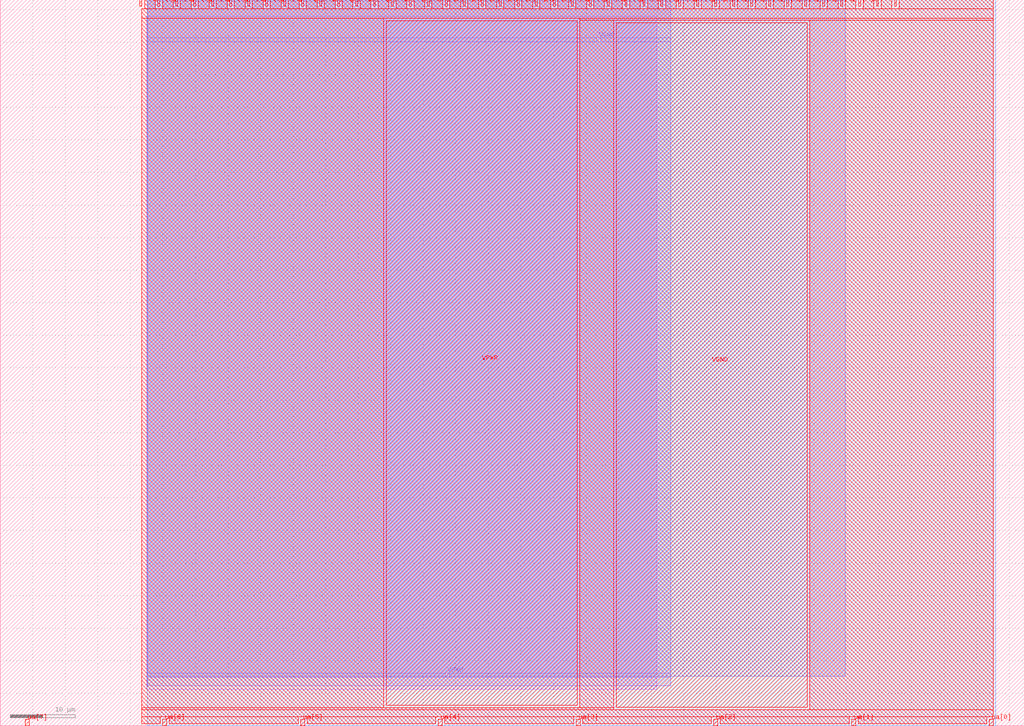
<source format=lef>
VERSION 5.7 ;
  NOWIREEXTENSIONATPIN ON ;
  DIVIDERCHAR "/" ;
  BUSBITCHARS "[]" ;
MACRO tt05_analog_test
  CLASS BLOCK ;
  FOREIGN tt05_analog_test ;
  ORIGIN 0.000 0.000 ;
  SIZE 157.320 BY 111.520 ;
  PIN clk
    DIRECTION INPUT ;
    USE SIGNAL ;
    PORT
      LAYER met4 ;
        RECT 134.630 110.520 134.930 111.520 ;
    END
  END clk
  PIN ena
    DIRECTION INPUT ;
    USE SIGNAL ;
    PORT
      LAYER met4 ;
        RECT 137.390 110.520 137.690 111.520 ;
    END
  END ena
  PIN rst_n
    DIRECTION INPUT ;
    USE SIGNAL ;
    PORT
      LAYER met4 ;
        RECT 131.870 110.520 132.170 111.520 ;
    END
  END rst_n
  PIN ua[0]
    DIRECTION INOUT ;
    USE SIGNAL ;
    ANTENNADIFFAREA 17.400000 ;
    PORT
      LAYER met4 ;
        RECT 151.960 0.000 152.560 1.000 ;
    END
  END ua[0]
  PIN ua[1]
    DIRECTION INOUT ;
    USE SIGNAL ;
    ANTENNADIFFAREA 17.400000 ;
    PORT
      LAYER met4 ;
        RECT 130.800 0.000 131.400 1.000 ;
    END
  END ua[1]
  PIN ua[2]
    DIRECTION INOUT ;
    USE SIGNAL ;
    PORT
      LAYER met4 ;
        RECT 109.640 0.000 110.240 1.000 ;
    END
  END ua[2]
  PIN ua[3]
    DIRECTION INOUT ;
    USE SIGNAL ;
    PORT
      LAYER met4 ;
        RECT 88.480 0.000 89.080 1.000 ;
    END
  END ua[3]
  PIN ua[4]
    DIRECTION INOUT ;
    USE SIGNAL ;
    PORT
      LAYER met4 ;
        RECT 67.320 0.000 67.920 1.000 ;
    END
  END ua[4]
  PIN ua[5]
    DIRECTION INOUT ;
    USE SIGNAL ;
    PORT
      LAYER met4 ;
        RECT 46.160 0.000 46.760 1.000 ;
    END
  END ua[5]
  PIN ua[6]
    DIRECTION INOUT ;
    USE SIGNAL ;
    PORT
      LAYER met4 ;
        RECT 25.000 0.000 25.600 1.000 ;
    END
  END ua[6]
  PIN ua[7]
    DIRECTION INOUT ;
    USE SIGNAL ;
    PORT
      LAYER met4 ;
        RECT 3.840 0.000 4.440 1.000 ;
    END
  END ua[7]
  PIN ui_in[0]
    DIRECTION INPUT ;
    USE SIGNAL ;
    ANTENNAGATEAREA 7.500000 ;
    PORT
      LAYER met4 ;
        RECT 129.110 110.520 129.410 111.520 ;
    END
  END ui_in[0]
  PIN ui_in[1]
    DIRECTION INPUT ;
    USE SIGNAL ;
    ANTENNAGATEAREA 7.500000 ;
    PORT
      LAYER met4 ;
        RECT 126.350 110.520 126.650 111.520 ;
    END
  END ui_in[1]
  PIN ui_in[2]
    DIRECTION INPUT ;
    USE SIGNAL ;
    ANTENNAGATEAREA 7.500000 ;
    PORT
      LAYER met4 ;
        RECT 123.590 110.520 123.890 111.520 ;
    END
  END ui_in[2]
  PIN ui_in[3]
    DIRECTION INPUT ;
    USE SIGNAL ;
    ANTENNAGATEAREA 6.500000 ;
    PORT
      LAYER met4 ;
        RECT 120.830 110.520 121.130 111.520 ;
    END
  END ui_in[3]
  PIN ui_in[4]
    DIRECTION INPUT ;
    USE SIGNAL ;
    PORT
      LAYER met4 ;
        RECT 118.070 110.520 118.370 111.520 ;
    END
  END ui_in[4]
  PIN ui_in[5]
    DIRECTION INPUT ;
    USE SIGNAL ;
    ANTENNAGATEAREA 6.500000 ;
    PORT
      LAYER met4 ;
        RECT 115.310 110.520 115.610 111.520 ;
    END
  END ui_in[5]
  PIN ui_in[6]
    DIRECTION INPUT ;
    USE SIGNAL ;
    ANTENNAGATEAREA 10.000000 ;
    PORT
      LAYER met4 ;
        RECT 112.550 110.520 112.850 111.520 ;
    END
  END ui_in[6]
  PIN ui_in[7]
    DIRECTION INPUT ;
    USE SIGNAL ;
    ANTENNAGATEAREA 6.500000 ;
    PORT
      LAYER met4 ;
        RECT 109.790 110.520 110.090 111.520 ;
    END
  END ui_in[7]
  PIN uio_in[0]
    DIRECTION INPUT ;
    USE SIGNAL ;
    PORT
      LAYER met4 ;
        RECT 107.030 110.520 107.330 111.520 ;
    END
  END uio_in[0]
  PIN uio_in[1]
    DIRECTION INPUT ;
    USE SIGNAL ;
    PORT
      LAYER met4 ;
        RECT 104.270 110.520 104.570 111.520 ;
    END
  END uio_in[1]
  PIN uio_in[2]
    DIRECTION INPUT ;
    USE SIGNAL ;
    PORT
      LAYER met4 ;
        RECT 101.510 110.520 101.810 111.520 ;
    END
  END uio_in[2]
  PIN uio_in[3]
    DIRECTION INPUT ;
    USE SIGNAL ;
    PORT
      LAYER met4 ;
        RECT 98.750 110.520 99.050 111.520 ;
    END
  END uio_in[3]
  PIN uio_in[4]
    DIRECTION INPUT ;
    USE SIGNAL ;
    PORT
      LAYER met4 ;
        RECT 95.990 110.520 96.290 111.520 ;
    END
  END uio_in[4]
  PIN uio_in[5]
    DIRECTION INPUT ;
    USE SIGNAL ;
    PORT
      LAYER met4 ;
        RECT 93.230 110.520 93.530 111.520 ;
    END
  END uio_in[5]
  PIN uio_in[6]
    DIRECTION INPUT ;
    USE SIGNAL ;
    PORT
      LAYER met4 ;
        RECT 90.470 110.520 90.770 111.520 ;
    END
  END uio_in[6]
  PIN uio_in[7]
    DIRECTION INPUT ;
    USE SIGNAL ;
    PORT
      LAYER met4 ;
        RECT 87.710 110.520 88.010 111.520 ;
    END
  END uio_in[7]
  PIN uio_oe[0]
    DIRECTION OUTPUT TRISTATE ;
    USE SIGNAL ;
    PORT
      LAYER met4 ;
        RECT 40.790 110.520 41.090 111.520 ;
    END
  END uio_oe[0]
  PIN uio_oe[1]
    DIRECTION OUTPUT TRISTATE ;
    USE SIGNAL ;
    PORT
      LAYER met4 ;
        RECT 38.030 110.520 38.330 111.520 ;
    END
  END uio_oe[1]
  PIN uio_oe[2]
    DIRECTION OUTPUT TRISTATE ;
    USE SIGNAL ;
    PORT
      LAYER met4 ;
        RECT 35.270 110.520 35.570 111.520 ;
    END
  END uio_oe[2]
  PIN uio_oe[3]
    DIRECTION OUTPUT TRISTATE ;
    USE SIGNAL ;
    PORT
      LAYER met4 ;
        RECT 32.510 110.520 32.810 111.520 ;
    END
  END uio_oe[3]
  PIN uio_oe[4]
    DIRECTION OUTPUT TRISTATE ;
    USE SIGNAL ;
    PORT
      LAYER met4 ;
        RECT 29.750 110.520 30.050 111.520 ;
    END
  END uio_oe[4]
  PIN uio_oe[5]
    DIRECTION OUTPUT TRISTATE ;
    USE SIGNAL ;
    PORT
      LAYER met4 ;
        RECT 26.990 110.520 27.290 111.520 ;
    END
  END uio_oe[5]
  PIN uio_oe[6]
    DIRECTION OUTPUT TRISTATE ;
    USE SIGNAL ;
    PORT
      LAYER met4 ;
        RECT 24.230 110.520 24.530 111.520 ;
    END
  END uio_oe[6]
  PIN uio_oe[7]
    DIRECTION OUTPUT TRISTATE ;
    USE SIGNAL ;
    PORT
      LAYER met4 ;
        RECT 21.470 110.520 21.770 111.520 ;
    END
  END uio_oe[7]
  PIN uio_out[0]
    DIRECTION OUTPUT TRISTATE ;
    USE SIGNAL ;
    PORT
      LAYER met4 ;
        RECT 62.870 110.520 63.170 111.520 ;
    END
  END uio_out[0]
  PIN uio_out[1]
    DIRECTION OUTPUT TRISTATE ;
    USE SIGNAL ;
    PORT
      LAYER met4 ;
        RECT 60.110 110.520 60.410 111.520 ;
    END
  END uio_out[1]
  PIN uio_out[2]
    DIRECTION OUTPUT TRISTATE ;
    USE SIGNAL ;
    PORT
      LAYER met4 ;
        RECT 57.350 110.520 57.650 111.520 ;
    END
  END uio_out[2]
  PIN uio_out[3]
    DIRECTION OUTPUT TRISTATE ;
    USE SIGNAL ;
    PORT
      LAYER met4 ;
        RECT 54.590 110.520 54.890 111.520 ;
    END
  END uio_out[3]
  PIN uio_out[4]
    DIRECTION OUTPUT TRISTATE ;
    USE SIGNAL ;
    PORT
      LAYER met4 ;
        RECT 51.830 110.520 52.130 111.520 ;
    END
  END uio_out[4]
  PIN uio_out[5]
    DIRECTION OUTPUT TRISTATE ;
    USE SIGNAL ;
    PORT
      LAYER met4 ;
        RECT 49.070 110.520 49.370 111.520 ;
    END
  END uio_out[5]
  PIN uio_out[6]
    DIRECTION OUTPUT TRISTATE ;
    USE SIGNAL ;
    PORT
      LAYER met4 ;
        RECT 46.310 110.520 46.610 111.520 ;
    END
  END uio_out[6]
  PIN uio_out[7]
    DIRECTION OUTPUT TRISTATE ;
    USE SIGNAL ;
    PORT
      LAYER met4 ;
        RECT 43.550 110.520 43.850 111.520 ;
    END
  END uio_out[7]
  PIN uo_out[0]
    DIRECTION OUTPUT TRISTATE ;
    USE SIGNAL ;
    PORT
      LAYER met4 ;
        RECT 84.950 110.520 85.250 111.520 ;
    END
  END uo_out[0]
  PIN uo_out[1]
    DIRECTION OUTPUT TRISTATE ;
    USE SIGNAL ;
    PORT
      LAYER met4 ;
        RECT 82.190 110.520 82.490 111.520 ;
    END
  END uo_out[1]
  PIN uo_out[2]
    DIRECTION OUTPUT TRISTATE ;
    USE SIGNAL ;
    PORT
      LAYER met4 ;
        RECT 79.430 110.520 79.730 111.520 ;
    END
  END uo_out[2]
  PIN uo_out[3]
    DIRECTION OUTPUT TRISTATE ;
    USE SIGNAL ;
    PORT
      LAYER met4 ;
        RECT 76.670 110.520 76.970 111.520 ;
    END
  END uo_out[3]
  PIN uo_out[4]
    DIRECTION OUTPUT TRISTATE ;
    USE SIGNAL ;
    PORT
      LAYER met4 ;
        RECT 73.910 110.520 74.210 111.520 ;
    END
  END uo_out[4]
  PIN uo_out[5]
    DIRECTION OUTPUT TRISTATE ;
    USE SIGNAL ;
    PORT
      LAYER met4 ;
        RECT 71.150 110.520 71.450 111.520 ;
    END
  END uo_out[5]
  PIN uo_out[6]
    DIRECTION OUTPUT TRISTATE ;
    USE SIGNAL ;
    PORT
      LAYER met4 ;
        RECT 68.390 110.520 68.690 111.520 ;
    END
  END uo_out[6]
  PIN uo_out[7]
    DIRECTION OUTPUT TRISTATE ;
    USE SIGNAL ;
    PORT
      LAYER met4 ;
        RECT 65.630 110.520 65.930 111.520 ;
    END
  END uo_out[7]
  PIN VGND
    USE GROUND ;
    PORT
      LAYER met1 ;
        RECT 91.940 105.400 92.000 105.440 ;
    END
    PORT
      LAYER met4 ;
        RECT 94.650 2.880 123.970 108.020 ;
    END
  END VGND
  PIN VPWR
    USE POWER ;
    PORT
      LAYER met1 ;
        RECT 68.650 7.700 68.710 7.760 ;
    END
    PORT
      LAYER met4 ;
        RECT 59.340 3.150 88.660 108.290 ;
    END
  END VPWR
  OBS
      LAYER li1 ;
        RECT 22.480 5.645 100.840 109.000 ;
      LAYER met1 ;
        RECT 22.625 105.720 102.990 111.400 ;
        RECT 22.625 105.120 91.660 105.720 ;
        RECT 92.280 105.120 102.990 105.720 ;
        RECT 22.625 8.040 102.990 105.120 ;
        RECT 22.625 7.420 68.370 8.040 ;
        RECT 68.990 7.420 102.990 8.040 ;
        RECT 22.625 6.165 102.990 7.420 ;
      LAYER met2 ;
        RECT 22.600 7.570 129.800 111.400 ;
      LAYER met3 ;
        RECT 128.430 111.520 129.840 111.530 ;
        RECT 22.600 0.000 152.920 111.520 ;
        RECT 130.490 -0.010 131.820 0.000 ;
      LAYER met4 ;
        RECT 22.170 110.120 23.830 111.515 ;
        RECT 24.930 110.120 26.590 111.515 ;
        RECT 27.690 110.120 29.350 111.515 ;
        RECT 30.450 110.120 32.110 111.515 ;
        RECT 33.210 110.120 34.870 111.515 ;
        RECT 35.970 110.120 37.630 111.515 ;
        RECT 38.730 110.120 40.390 111.515 ;
        RECT 41.490 110.120 43.150 111.515 ;
        RECT 44.250 110.120 45.910 111.515 ;
        RECT 47.010 110.120 48.670 111.515 ;
        RECT 49.770 110.120 51.430 111.515 ;
        RECT 52.530 110.120 54.190 111.515 ;
        RECT 55.290 110.120 56.950 111.515 ;
        RECT 58.050 110.120 59.710 111.515 ;
        RECT 60.810 110.120 62.470 111.515 ;
        RECT 63.570 110.120 65.230 111.515 ;
        RECT 66.330 110.120 67.990 111.515 ;
        RECT 69.090 110.120 70.750 111.515 ;
        RECT 71.850 110.120 73.510 111.515 ;
        RECT 74.610 110.120 76.270 111.515 ;
        RECT 77.370 110.120 79.030 111.515 ;
        RECT 80.130 110.120 81.790 111.515 ;
        RECT 82.890 110.120 84.550 111.515 ;
        RECT 85.650 110.120 87.310 111.515 ;
        RECT 88.410 110.120 90.070 111.515 ;
        RECT 91.170 110.120 92.830 111.515 ;
        RECT 93.930 110.120 95.590 111.515 ;
        RECT 96.690 110.120 98.350 111.515 ;
        RECT 99.450 110.120 101.110 111.515 ;
        RECT 102.210 110.120 103.870 111.515 ;
        RECT 104.970 110.120 106.630 111.515 ;
        RECT 107.730 110.120 109.390 111.515 ;
        RECT 110.490 110.120 112.150 111.515 ;
        RECT 113.250 110.120 114.910 111.515 ;
        RECT 116.010 110.120 117.670 111.515 ;
        RECT 118.770 110.120 120.430 111.515 ;
        RECT 121.530 110.120 123.190 111.515 ;
        RECT 124.290 110.120 125.950 111.515 ;
        RECT 127.050 110.120 128.710 111.515 ;
        RECT 129.810 110.120 131.470 111.515 ;
        RECT 132.570 110.120 134.230 111.515 ;
        RECT 135.330 110.120 136.990 111.515 ;
        RECT 138.090 110.120 152.565 111.515 ;
        RECT 21.770 108.690 152.565 110.120 ;
        RECT 21.770 2.750 58.940 108.690 ;
        RECT 89.060 108.420 152.565 108.690 ;
        RECT 89.060 2.750 94.250 108.420 ;
        RECT 21.770 2.480 94.250 2.750 ;
        RECT 124.370 2.480 152.565 108.420 ;
        RECT 21.770 1.400 152.565 2.480 ;
        RECT 21.770 0.345 24.600 1.400 ;
        RECT 26.000 0.345 45.760 1.400 ;
        RECT 47.160 0.345 66.920 1.400 ;
        RECT 68.320 0.345 88.080 1.400 ;
        RECT 89.480 0.345 109.240 1.400 ;
        RECT 110.640 0.345 130.400 1.400 ;
        RECT 131.800 0.345 151.560 1.400 ;
  END
END tt05_analog_test
END LIBRARY


</source>
